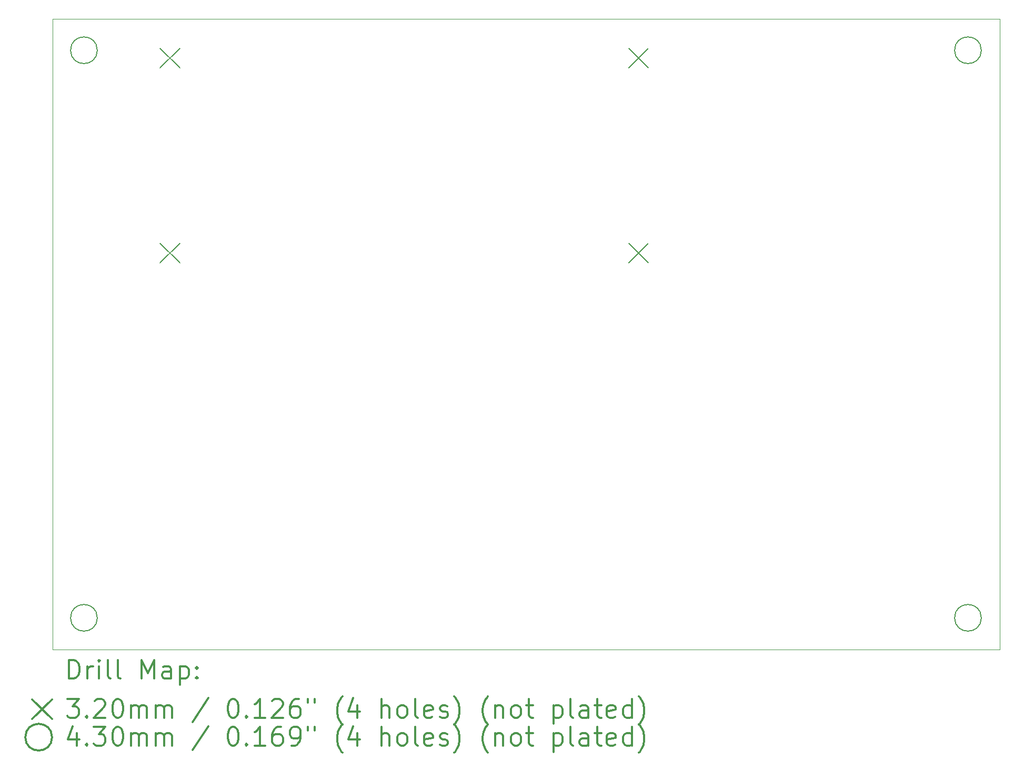
<source format=gbr>
%FSLAX45Y45*%
G04 Gerber Fmt 4.5, Leading zero omitted, Abs format (unit mm)*
G04 Created by KiCad (PCBNEW 4.0.7-e2-6376~58~ubuntu16.04.1) date Tue Apr 16 15:45:25 2019*
%MOMM*%
%LPD*%
G01*
G04 APERTURE LIST*
%ADD10C,0.127000*%
%ADD11C,0.100000*%
%ADD12C,0.200000*%
%ADD13C,0.300000*%
G04 APERTURE END LIST*
D10*
D11*
X7620000Y-15240000D02*
X7620000Y-5080000D01*
X22860000Y-15240000D02*
X7620000Y-15240000D01*
X22860000Y-5080000D02*
X22860000Y-15240000D01*
X7620000Y-5080000D02*
X22860000Y-5080000D01*
D12*
X9352300Y-5555000D02*
X9672300Y-5875000D01*
X9672300Y-5555000D02*
X9352300Y-5875000D01*
X9352300Y-8695000D02*
X9672300Y-9015000D01*
X9672300Y-8695000D02*
X9352300Y-9015000D01*
X16892300Y-5555000D02*
X17212300Y-5875000D01*
X17212300Y-5555000D02*
X16892300Y-5875000D01*
X16892300Y-8695000D02*
X17212300Y-9015000D01*
X17212300Y-8695000D02*
X16892300Y-9015000D01*
X8343000Y-5588000D02*
G75*
G03X8343000Y-5588000I-215000J0D01*
G01*
X8343000Y-14732000D02*
G75*
G03X8343000Y-14732000I-215000J0D01*
G01*
X22567000Y-5588000D02*
G75*
G03X22567000Y-5588000I-215000J0D01*
G01*
X22567000Y-14732000D02*
G75*
G03X22567000Y-14732000I-215000J0D01*
G01*
D13*
X7886428Y-15710714D02*
X7886428Y-15410714D01*
X7957857Y-15410714D01*
X8000714Y-15425000D01*
X8029286Y-15453571D01*
X8043571Y-15482143D01*
X8057857Y-15539286D01*
X8057857Y-15582143D01*
X8043571Y-15639286D01*
X8029286Y-15667857D01*
X8000714Y-15696429D01*
X7957857Y-15710714D01*
X7886428Y-15710714D01*
X8186428Y-15710714D02*
X8186428Y-15510714D01*
X8186428Y-15567857D02*
X8200714Y-15539286D01*
X8215000Y-15525000D01*
X8243571Y-15510714D01*
X8272143Y-15510714D01*
X8372143Y-15710714D02*
X8372143Y-15510714D01*
X8372143Y-15410714D02*
X8357857Y-15425000D01*
X8372143Y-15439286D01*
X8386428Y-15425000D01*
X8372143Y-15410714D01*
X8372143Y-15439286D01*
X8557857Y-15710714D02*
X8529286Y-15696429D01*
X8515000Y-15667857D01*
X8515000Y-15410714D01*
X8715000Y-15710714D02*
X8686429Y-15696429D01*
X8672143Y-15667857D01*
X8672143Y-15410714D01*
X9057857Y-15710714D02*
X9057857Y-15410714D01*
X9157857Y-15625000D01*
X9257857Y-15410714D01*
X9257857Y-15710714D01*
X9529286Y-15710714D02*
X9529286Y-15553571D01*
X9515000Y-15525000D01*
X9486429Y-15510714D01*
X9429286Y-15510714D01*
X9400714Y-15525000D01*
X9529286Y-15696429D02*
X9500714Y-15710714D01*
X9429286Y-15710714D01*
X9400714Y-15696429D01*
X9386429Y-15667857D01*
X9386429Y-15639286D01*
X9400714Y-15610714D01*
X9429286Y-15596429D01*
X9500714Y-15596429D01*
X9529286Y-15582143D01*
X9672143Y-15510714D02*
X9672143Y-15810714D01*
X9672143Y-15525000D02*
X9700714Y-15510714D01*
X9757857Y-15510714D01*
X9786429Y-15525000D01*
X9800714Y-15539286D01*
X9815000Y-15567857D01*
X9815000Y-15653571D01*
X9800714Y-15682143D01*
X9786429Y-15696429D01*
X9757857Y-15710714D01*
X9700714Y-15710714D01*
X9672143Y-15696429D01*
X9943571Y-15682143D02*
X9957857Y-15696429D01*
X9943571Y-15710714D01*
X9929286Y-15696429D01*
X9943571Y-15682143D01*
X9943571Y-15710714D01*
X9943571Y-15525000D02*
X9957857Y-15539286D01*
X9943571Y-15553571D01*
X9929286Y-15539286D01*
X9943571Y-15525000D01*
X9943571Y-15553571D01*
X7295000Y-16045000D02*
X7615000Y-16365000D01*
X7615000Y-16045000D02*
X7295000Y-16365000D01*
X7857857Y-16040714D02*
X8043571Y-16040714D01*
X7943571Y-16155000D01*
X7986428Y-16155000D01*
X8015000Y-16169286D01*
X8029286Y-16183571D01*
X8043571Y-16212143D01*
X8043571Y-16283571D01*
X8029286Y-16312143D01*
X8015000Y-16326429D01*
X7986428Y-16340714D01*
X7900714Y-16340714D01*
X7872143Y-16326429D01*
X7857857Y-16312143D01*
X8172143Y-16312143D02*
X8186428Y-16326429D01*
X8172143Y-16340714D01*
X8157857Y-16326429D01*
X8172143Y-16312143D01*
X8172143Y-16340714D01*
X8300714Y-16069286D02*
X8315000Y-16055000D01*
X8343571Y-16040714D01*
X8415000Y-16040714D01*
X8443571Y-16055000D01*
X8457857Y-16069286D01*
X8472143Y-16097857D01*
X8472143Y-16126429D01*
X8457857Y-16169286D01*
X8286428Y-16340714D01*
X8472143Y-16340714D01*
X8657857Y-16040714D02*
X8686429Y-16040714D01*
X8715000Y-16055000D01*
X8729286Y-16069286D01*
X8743571Y-16097857D01*
X8757857Y-16155000D01*
X8757857Y-16226429D01*
X8743571Y-16283571D01*
X8729286Y-16312143D01*
X8715000Y-16326429D01*
X8686429Y-16340714D01*
X8657857Y-16340714D01*
X8629286Y-16326429D01*
X8615000Y-16312143D01*
X8600714Y-16283571D01*
X8586429Y-16226429D01*
X8586429Y-16155000D01*
X8600714Y-16097857D01*
X8615000Y-16069286D01*
X8629286Y-16055000D01*
X8657857Y-16040714D01*
X8886429Y-16340714D02*
X8886429Y-16140714D01*
X8886429Y-16169286D02*
X8900714Y-16155000D01*
X8929286Y-16140714D01*
X8972143Y-16140714D01*
X9000714Y-16155000D01*
X9015000Y-16183571D01*
X9015000Y-16340714D01*
X9015000Y-16183571D02*
X9029286Y-16155000D01*
X9057857Y-16140714D01*
X9100714Y-16140714D01*
X9129286Y-16155000D01*
X9143571Y-16183571D01*
X9143571Y-16340714D01*
X9286429Y-16340714D02*
X9286429Y-16140714D01*
X9286429Y-16169286D02*
X9300714Y-16155000D01*
X9329286Y-16140714D01*
X9372143Y-16140714D01*
X9400714Y-16155000D01*
X9415000Y-16183571D01*
X9415000Y-16340714D01*
X9415000Y-16183571D02*
X9429286Y-16155000D01*
X9457857Y-16140714D01*
X9500714Y-16140714D01*
X9529286Y-16155000D01*
X9543571Y-16183571D01*
X9543571Y-16340714D01*
X10129286Y-16026429D02*
X9872143Y-16412143D01*
X10515000Y-16040714D02*
X10543571Y-16040714D01*
X10572143Y-16055000D01*
X10586428Y-16069286D01*
X10600714Y-16097857D01*
X10615000Y-16155000D01*
X10615000Y-16226429D01*
X10600714Y-16283571D01*
X10586428Y-16312143D01*
X10572143Y-16326429D01*
X10543571Y-16340714D01*
X10515000Y-16340714D01*
X10486428Y-16326429D01*
X10472143Y-16312143D01*
X10457857Y-16283571D01*
X10443571Y-16226429D01*
X10443571Y-16155000D01*
X10457857Y-16097857D01*
X10472143Y-16069286D01*
X10486428Y-16055000D01*
X10515000Y-16040714D01*
X10743571Y-16312143D02*
X10757857Y-16326429D01*
X10743571Y-16340714D01*
X10729286Y-16326429D01*
X10743571Y-16312143D01*
X10743571Y-16340714D01*
X11043571Y-16340714D02*
X10872143Y-16340714D01*
X10957857Y-16340714D02*
X10957857Y-16040714D01*
X10929286Y-16083571D01*
X10900714Y-16112143D01*
X10872143Y-16126429D01*
X11157857Y-16069286D02*
X11172143Y-16055000D01*
X11200714Y-16040714D01*
X11272143Y-16040714D01*
X11300714Y-16055000D01*
X11315000Y-16069286D01*
X11329285Y-16097857D01*
X11329285Y-16126429D01*
X11315000Y-16169286D01*
X11143571Y-16340714D01*
X11329285Y-16340714D01*
X11586428Y-16040714D02*
X11529285Y-16040714D01*
X11500714Y-16055000D01*
X11486428Y-16069286D01*
X11457857Y-16112143D01*
X11443571Y-16169286D01*
X11443571Y-16283571D01*
X11457857Y-16312143D01*
X11472143Y-16326429D01*
X11500714Y-16340714D01*
X11557857Y-16340714D01*
X11586428Y-16326429D01*
X11600714Y-16312143D01*
X11615000Y-16283571D01*
X11615000Y-16212143D01*
X11600714Y-16183571D01*
X11586428Y-16169286D01*
X11557857Y-16155000D01*
X11500714Y-16155000D01*
X11472143Y-16169286D01*
X11457857Y-16183571D01*
X11443571Y-16212143D01*
X11729286Y-16040714D02*
X11729286Y-16097857D01*
X11843571Y-16040714D02*
X11843571Y-16097857D01*
X12286428Y-16455000D02*
X12272143Y-16440714D01*
X12243571Y-16397857D01*
X12229285Y-16369286D01*
X12215000Y-16326429D01*
X12200714Y-16255000D01*
X12200714Y-16197857D01*
X12215000Y-16126429D01*
X12229285Y-16083571D01*
X12243571Y-16055000D01*
X12272143Y-16012143D01*
X12286428Y-15997857D01*
X12529285Y-16140714D02*
X12529285Y-16340714D01*
X12457857Y-16026429D02*
X12386428Y-16240714D01*
X12572143Y-16240714D01*
X12915000Y-16340714D02*
X12915000Y-16040714D01*
X13043571Y-16340714D02*
X13043571Y-16183571D01*
X13029285Y-16155000D01*
X13000714Y-16140714D01*
X12957857Y-16140714D01*
X12929285Y-16155000D01*
X12915000Y-16169286D01*
X13229285Y-16340714D02*
X13200714Y-16326429D01*
X13186428Y-16312143D01*
X13172143Y-16283571D01*
X13172143Y-16197857D01*
X13186428Y-16169286D01*
X13200714Y-16155000D01*
X13229285Y-16140714D01*
X13272143Y-16140714D01*
X13300714Y-16155000D01*
X13315000Y-16169286D01*
X13329285Y-16197857D01*
X13329285Y-16283571D01*
X13315000Y-16312143D01*
X13300714Y-16326429D01*
X13272143Y-16340714D01*
X13229285Y-16340714D01*
X13500714Y-16340714D02*
X13472143Y-16326429D01*
X13457857Y-16297857D01*
X13457857Y-16040714D01*
X13729286Y-16326429D02*
X13700714Y-16340714D01*
X13643571Y-16340714D01*
X13615000Y-16326429D01*
X13600714Y-16297857D01*
X13600714Y-16183571D01*
X13615000Y-16155000D01*
X13643571Y-16140714D01*
X13700714Y-16140714D01*
X13729286Y-16155000D01*
X13743571Y-16183571D01*
X13743571Y-16212143D01*
X13600714Y-16240714D01*
X13857857Y-16326429D02*
X13886428Y-16340714D01*
X13943571Y-16340714D01*
X13972143Y-16326429D01*
X13986428Y-16297857D01*
X13986428Y-16283571D01*
X13972143Y-16255000D01*
X13943571Y-16240714D01*
X13900714Y-16240714D01*
X13872143Y-16226429D01*
X13857857Y-16197857D01*
X13857857Y-16183571D01*
X13872143Y-16155000D01*
X13900714Y-16140714D01*
X13943571Y-16140714D01*
X13972143Y-16155000D01*
X14086428Y-16455000D02*
X14100714Y-16440714D01*
X14129286Y-16397857D01*
X14143571Y-16369286D01*
X14157857Y-16326429D01*
X14172143Y-16255000D01*
X14172143Y-16197857D01*
X14157857Y-16126429D01*
X14143571Y-16083571D01*
X14129286Y-16055000D01*
X14100714Y-16012143D01*
X14086428Y-15997857D01*
X14629286Y-16455000D02*
X14615000Y-16440714D01*
X14586428Y-16397857D01*
X14572143Y-16369286D01*
X14557857Y-16326429D01*
X14543571Y-16255000D01*
X14543571Y-16197857D01*
X14557857Y-16126429D01*
X14572143Y-16083571D01*
X14586428Y-16055000D01*
X14615000Y-16012143D01*
X14629286Y-15997857D01*
X14743571Y-16140714D02*
X14743571Y-16340714D01*
X14743571Y-16169286D02*
X14757857Y-16155000D01*
X14786428Y-16140714D01*
X14829286Y-16140714D01*
X14857857Y-16155000D01*
X14872143Y-16183571D01*
X14872143Y-16340714D01*
X15057857Y-16340714D02*
X15029286Y-16326429D01*
X15015000Y-16312143D01*
X15000714Y-16283571D01*
X15000714Y-16197857D01*
X15015000Y-16169286D01*
X15029286Y-16155000D01*
X15057857Y-16140714D01*
X15100714Y-16140714D01*
X15129286Y-16155000D01*
X15143571Y-16169286D01*
X15157857Y-16197857D01*
X15157857Y-16283571D01*
X15143571Y-16312143D01*
X15129286Y-16326429D01*
X15100714Y-16340714D01*
X15057857Y-16340714D01*
X15243571Y-16140714D02*
X15357857Y-16140714D01*
X15286428Y-16040714D02*
X15286428Y-16297857D01*
X15300714Y-16326429D01*
X15329286Y-16340714D01*
X15357857Y-16340714D01*
X15686428Y-16140714D02*
X15686428Y-16440714D01*
X15686428Y-16155000D02*
X15715000Y-16140714D01*
X15772143Y-16140714D01*
X15800714Y-16155000D01*
X15815000Y-16169286D01*
X15829286Y-16197857D01*
X15829286Y-16283571D01*
X15815000Y-16312143D01*
X15800714Y-16326429D01*
X15772143Y-16340714D01*
X15715000Y-16340714D01*
X15686428Y-16326429D01*
X16000714Y-16340714D02*
X15972143Y-16326429D01*
X15957857Y-16297857D01*
X15957857Y-16040714D01*
X16243571Y-16340714D02*
X16243571Y-16183571D01*
X16229286Y-16155000D01*
X16200714Y-16140714D01*
X16143571Y-16140714D01*
X16115000Y-16155000D01*
X16243571Y-16326429D02*
X16215000Y-16340714D01*
X16143571Y-16340714D01*
X16115000Y-16326429D01*
X16100714Y-16297857D01*
X16100714Y-16269286D01*
X16115000Y-16240714D01*
X16143571Y-16226429D01*
X16215000Y-16226429D01*
X16243571Y-16212143D01*
X16343571Y-16140714D02*
X16457857Y-16140714D01*
X16386429Y-16040714D02*
X16386429Y-16297857D01*
X16400714Y-16326429D01*
X16429286Y-16340714D01*
X16457857Y-16340714D01*
X16672143Y-16326429D02*
X16643571Y-16340714D01*
X16586429Y-16340714D01*
X16557857Y-16326429D01*
X16543571Y-16297857D01*
X16543571Y-16183571D01*
X16557857Y-16155000D01*
X16586429Y-16140714D01*
X16643571Y-16140714D01*
X16672143Y-16155000D01*
X16686429Y-16183571D01*
X16686429Y-16212143D01*
X16543571Y-16240714D01*
X16943572Y-16340714D02*
X16943572Y-16040714D01*
X16943572Y-16326429D02*
X16915000Y-16340714D01*
X16857857Y-16340714D01*
X16829286Y-16326429D01*
X16815000Y-16312143D01*
X16800714Y-16283571D01*
X16800714Y-16197857D01*
X16815000Y-16169286D01*
X16829286Y-16155000D01*
X16857857Y-16140714D01*
X16915000Y-16140714D01*
X16943572Y-16155000D01*
X17057857Y-16455000D02*
X17072143Y-16440714D01*
X17100714Y-16397857D01*
X17115000Y-16369286D01*
X17129286Y-16326429D01*
X17143572Y-16255000D01*
X17143572Y-16197857D01*
X17129286Y-16126429D01*
X17115000Y-16083571D01*
X17100714Y-16055000D01*
X17072143Y-16012143D01*
X17057857Y-15997857D01*
X7615000Y-16655000D02*
G75*
G03X7615000Y-16655000I-215000J0D01*
G01*
X8015000Y-16590714D02*
X8015000Y-16790714D01*
X7943571Y-16476429D02*
X7872143Y-16690714D01*
X8057857Y-16690714D01*
X8172143Y-16762143D02*
X8186428Y-16776429D01*
X8172143Y-16790714D01*
X8157857Y-16776429D01*
X8172143Y-16762143D01*
X8172143Y-16790714D01*
X8286428Y-16490714D02*
X8472143Y-16490714D01*
X8372143Y-16605000D01*
X8415000Y-16605000D01*
X8443571Y-16619286D01*
X8457857Y-16633571D01*
X8472143Y-16662143D01*
X8472143Y-16733571D01*
X8457857Y-16762143D01*
X8443571Y-16776429D01*
X8415000Y-16790714D01*
X8329286Y-16790714D01*
X8300714Y-16776429D01*
X8286428Y-16762143D01*
X8657857Y-16490714D02*
X8686429Y-16490714D01*
X8715000Y-16505000D01*
X8729286Y-16519286D01*
X8743571Y-16547857D01*
X8757857Y-16605000D01*
X8757857Y-16676429D01*
X8743571Y-16733571D01*
X8729286Y-16762143D01*
X8715000Y-16776429D01*
X8686429Y-16790714D01*
X8657857Y-16790714D01*
X8629286Y-16776429D01*
X8615000Y-16762143D01*
X8600714Y-16733571D01*
X8586429Y-16676429D01*
X8586429Y-16605000D01*
X8600714Y-16547857D01*
X8615000Y-16519286D01*
X8629286Y-16505000D01*
X8657857Y-16490714D01*
X8886429Y-16790714D02*
X8886429Y-16590714D01*
X8886429Y-16619286D02*
X8900714Y-16605000D01*
X8929286Y-16590714D01*
X8972143Y-16590714D01*
X9000714Y-16605000D01*
X9015000Y-16633571D01*
X9015000Y-16790714D01*
X9015000Y-16633571D02*
X9029286Y-16605000D01*
X9057857Y-16590714D01*
X9100714Y-16590714D01*
X9129286Y-16605000D01*
X9143571Y-16633571D01*
X9143571Y-16790714D01*
X9286429Y-16790714D02*
X9286429Y-16590714D01*
X9286429Y-16619286D02*
X9300714Y-16605000D01*
X9329286Y-16590714D01*
X9372143Y-16590714D01*
X9400714Y-16605000D01*
X9415000Y-16633571D01*
X9415000Y-16790714D01*
X9415000Y-16633571D02*
X9429286Y-16605000D01*
X9457857Y-16590714D01*
X9500714Y-16590714D01*
X9529286Y-16605000D01*
X9543571Y-16633571D01*
X9543571Y-16790714D01*
X10129286Y-16476429D02*
X9872143Y-16862143D01*
X10515000Y-16490714D02*
X10543571Y-16490714D01*
X10572143Y-16505000D01*
X10586428Y-16519286D01*
X10600714Y-16547857D01*
X10615000Y-16605000D01*
X10615000Y-16676429D01*
X10600714Y-16733571D01*
X10586428Y-16762143D01*
X10572143Y-16776429D01*
X10543571Y-16790714D01*
X10515000Y-16790714D01*
X10486428Y-16776429D01*
X10472143Y-16762143D01*
X10457857Y-16733571D01*
X10443571Y-16676429D01*
X10443571Y-16605000D01*
X10457857Y-16547857D01*
X10472143Y-16519286D01*
X10486428Y-16505000D01*
X10515000Y-16490714D01*
X10743571Y-16762143D02*
X10757857Y-16776429D01*
X10743571Y-16790714D01*
X10729286Y-16776429D01*
X10743571Y-16762143D01*
X10743571Y-16790714D01*
X11043571Y-16790714D02*
X10872143Y-16790714D01*
X10957857Y-16790714D02*
X10957857Y-16490714D01*
X10929286Y-16533571D01*
X10900714Y-16562143D01*
X10872143Y-16576429D01*
X11300714Y-16490714D02*
X11243571Y-16490714D01*
X11215000Y-16505000D01*
X11200714Y-16519286D01*
X11172143Y-16562143D01*
X11157857Y-16619286D01*
X11157857Y-16733571D01*
X11172143Y-16762143D01*
X11186428Y-16776429D01*
X11215000Y-16790714D01*
X11272143Y-16790714D01*
X11300714Y-16776429D01*
X11315000Y-16762143D01*
X11329285Y-16733571D01*
X11329285Y-16662143D01*
X11315000Y-16633571D01*
X11300714Y-16619286D01*
X11272143Y-16605000D01*
X11215000Y-16605000D01*
X11186428Y-16619286D01*
X11172143Y-16633571D01*
X11157857Y-16662143D01*
X11472143Y-16790714D02*
X11529285Y-16790714D01*
X11557857Y-16776429D01*
X11572143Y-16762143D01*
X11600714Y-16719286D01*
X11615000Y-16662143D01*
X11615000Y-16547857D01*
X11600714Y-16519286D01*
X11586428Y-16505000D01*
X11557857Y-16490714D01*
X11500714Y-16490714D01*
X11472143Y-16505000D01*
X11457857Y-16519286D01*
X11443571Y-16547857D01*
X11443571Y-16619286D01*
X11457857Y-16647857D01*
X11472143Y-16662143D01*
X11500714Y-16676429D01*
X11557857Y-16676429D01*
X11586428Y-16662143D01*
X11600714Y-16647857D01*
X11615000Y-16619286D01*
X11729286Y-16490714D02*
X11729286Y-16547857D01*
X11843571Y-16490714D02*
X11843571Y-16547857D01*
X12286428Y-16905000D02*
X12272143Y-16890714D01*
X12243571Y-16847857D01*
X12229285Y-16819286D01*
X12215000Y-16776429D01*
X12200714Y-16705000D01*
X12200714Y-16647857D01*
X12215000Y-16576429D01*
X12229285Y-16533571D01*
X12243571Y-16505000D01*
X12272143Y-16462143D01*
X12286428Y-16447857D01*
X12529285Y-16590714D02*
X12529285Y-16790714D01*
X12457857Y-16476429D02*
X12386428Y-16690714D01*
X12572143Y-16690714D01*
X12915000Y-16790714D02*
X12915000Y-16490714D01*
X13043571Y-16790714D02*
X13043571Y-16633571D01*
X13029285Y-16605000D01*
X13000714Y-16590714D01*
X12957857Y-16590714D01*
X12929285Y-16605000D01*
X12915000Y-16619286D01*
X13229285Y-16790714D02*
X13200714Y-16776429D01*
X13186428Y-16762143D01*
X13172143Y-16733571D01*
X13172143Y-16647857D01*
X13186428Y-16619286D01*
X13200714Y-16605000D01*
X13229285Y-16590714D01*
X13272143Y-16590714D01*
X13300714Y-16605000D01*
X13315000Y-16619286D01*
X13329285Y-16647857D01*
X13329285Y-16733571D01*
X13315000Y-16762143D01*
X13300714Y-16776429D01*
X13272143Y-16790714D01*
X13229285Y-16790714D01*
X13500714Y-16790714D02*
X13472143Y-16776429D01*
X13457857Y-16747857D01*
X13457857Y-16490714D01*
X13729286Y-16776429D02*
X13700714Y-16790714D01*
X13643571Y-16790714D01*
X13615000Y-16776429D01*
X13600714Y-16747857D01*
X13600714Y-16633571D01*
X13615000Y-16605000D01*
X13643571Y-16590714D01*
X13700714Y-16590714D01*
X13729286Y-16605000D01*
X13743571Y-16633571D01*
X13743571Y-16662143D01*
X13600714Y-16690714D01*
X13857857Y-16776429D02*
X13886428Y-16790714D01*
X13943571Y-16790714D01*
X13972143Y-16776429D01*
X13986428Y-16747857D01*
X13986428Y-16733571D01*
X13972143Y-16705000D01*
X13943571Y-16690714D01*
X13900714Y-16690714D01*
X13872143Y-16676429D01*
X13857857Y-16647857D01*
X13857857Y-16633571D01*
X13872143Y-16605000D01*
X13900714Y-16590714D01*
X13943571Y-16590714D01*
X13972143Y-16605000D01*
X14086428Y-16905000D02*
X14100714Y-16890714D01*
X14129286Y-16847857D01*
X14143571Y-16819286D01*
X14157857Y-16776429D01*
X14172143Y-16705000D01*
X14172143Y-16647857D01*
X14157857Y-16576429D01*
X14143571Y-16533571D01*
X14129286Y-16505000D01*
X14100714Y-16462143D01*
X14086428Y-16447857D01*
X14629286Y-16905000D02*
X14615000Y-16890714D01*
X14586428Y-16847857D01*
X14572143Y-16819286D01*
X14557857Y-16776429D01*
X14543571Y-16705000D01*
X14543571Y-16647857D01*
X14557857Y-16576429D01*
X14572143Y-16533571D01*
X14586428Y-16505000D01*
X14615000Y-16462143D01*
X14629286Y-16447857D01*
X14743571Y-16590714D02*
X14743571Y-16790714D01*
X14743571Y-16619286D02*
X14757857Y-16605000D01*
X14786428Y-16590714D01*
X14829286Y-16590714D01*
X14857857Y-16605000D01*
X14872143Y-16633571D01*
X14872143Y-16790714D01*
X15057857Y-16790714D02*
X15029286Y-16776429D01*
X15015000Y-16762143D01*
X15000714Y-16733571D01*
X15000714Y-16647857D01*
X15015000Y-16619286D01*
X15029286Y-16605000D01*
X15057857Y-16590714D01*
X15100714Y-16590714D01*
X15129286Y-16605000D01*
X15143571Y-16619286D01*
X15157857Y-16647857D01*
X15157857Y-16733571D01*
X15143571Y-16762143D01*
X15129286Y-16776429D01*
X15100714Y-16790714D01*
X15057857Y-16790714D01*
X15243571Y-16590714D02*
X15357857Y-16590714D01*
X15286428Y-16490714D02*
X15286428Y-16747857D01*
X15300714Y-16776429D01*
X15329286Y-16790714D01*
X15357857Y-16790714D01*
X15686428Y-16590714D02*
X15686428Y-16890714D01*
X15686428Y-16605000D02*
X15715000Y-16590714D01*
X15772143Y-16590714D01*
X15800714Y-16605000D01*
X15815000Y-16619286D01*
X15829286Y-16647857D01*
X15829286Y-16733571D01*
X15815000Y-16762143D01*
X15800714Y-16776429D01*
X15772143Y-16790714D01*
X15715000Y-16790714D01*
X15686428Y-16776429D01*
X16000714Y-16790714D02*
X15972143Y-16776429D01*
X15957857Y-16747857D01*
X15957857Y-16490714D01*
X16243571Y-16790714D02*
X16243571Y-16633571D01*
X16229286Y-16605000D01*
X16200714Y-16590714D01*
X16143571Y-16590714D01*
X16115000Y-16605000D01*
X16243571Y-16776429D02*
X16215000Y-16790714D01*
X16143571Y-16790714D01*
X16115000Y-16776429D01*
X16100714Y-16747857D01*
X16100714Y-16719286D01*
X16115000Y-16690714D01*
X16143571Y-16676429D01*
X16215000Y-16676429D01*
X16243571Y-16662143D01*
X16343571Y-16590714D02*
X16457857Y-16590714D01*
X16386429Y-16490714D02*
X16386429Y-16747857D01*
X16400714Y-16776429D01*
X16429286Y-16790714D01*
X16457857Y-16790714D01*
X16672143Y-16776429D02*
X16643571Y-16790714D01*
X16586429Y-16790714D01*
X16557857Y-16776429D01*
X16543571Y-16747857D01*
X16543571Y-16633571D01*
X16557857Y-16605000D01*
X16586429Y-16590714D01*
X16643571Y-16590714D01*
X16672143Y-16605000D01*
X16686429Y-16633571D01*
X16686429Y-16662143D01*
X16543571Y-16690714D01*
X16943572Y-16790714D02*
X16943572Y-16490714D01*
X16943572Y-16776429D02*
X16915000Y-16790714D01*
X16857857Y-16790714D01*
X16829286Y-16776429D01*
X16815000Y-16762143D01*
X16800714Y-16733571D01*
X16800714Y-16647857D01*
X16815000Y-16619286D01*
X16829286Y-16605000D01*
X16857857Y-16590714D01*
X16915000Y-16590714D01*
X16943572Y-16605000D01*
X17057857Y-16905000D02*
X17072143Y-16890714D01*
X17100714Y-16847857D01*
X17115000Y-16819286D01*
X17129286Y-16776429D01*
X17143572Y-16705000D01*
X17143572Y-16647857D01*
X17129286Y-16576429D01*
X17115000Y-16533571D01*
X17100714Y-16505000D01*
X17072143Y-16462143D01*
X17057857Y-16447857D01*
M02*

</source>
